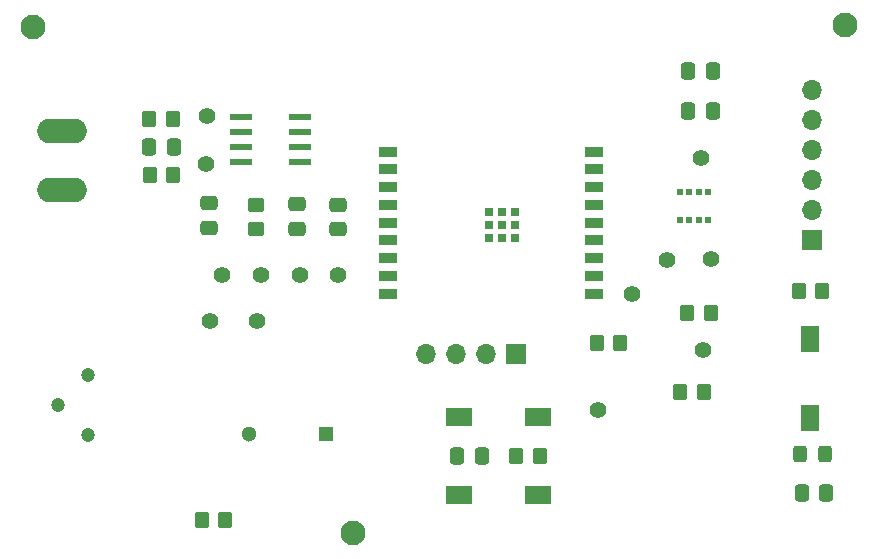
<source format=gbr>
G04 #@! TF.GenerationSoftware,KiCad,Pcbnew,(6.0.2)*
G04 #@! TF.CreationDate,2022-04-01T11:32:24+02:00*
G04 #@! TF.ProjectId,iot node,696f7420-6e6f-4646-952e-6b696361645f,rev?*
G04 #@! TF.SameCoordinates,Original*
G04 #@! TF.FileFunction,Soldermask,Top*
G04 #@! TF.FilePolarity,Negative*
%FSLAX46Y46*%
G04 Gerber Fmt 4.6, Leading zero omitted, Abs format (unit mm)*
G04 Created by KiCad (PCBNEW (6.0.2)) date 2022-04-01 11:32:24*
%MOMM*%
%LPD*%
G01*
G04 APERTURE LIST*
G04 Aperture macros list*
%AMRoundRect*
0 Rectangle with rounded corners*
0 $1 Rounding radius*
0 $2 $3 $4 $5 $6 $7 $8 $9 X,Y pos of 4 corners*
0 Add a 4 corners polygon primitive as box body*
4,1,4,$2,$3,$4,$5,$6,$7,$8,$9,$2,$3,0*
0 Add four circle primitives for the rounded corners*
1,1,$1+$1,$2,$3*
1,1,$1+$1,$4,$5*
1,1,$1+$1,$6,$7*
1,1,$1+$1,$8,$9*
0 Add four rect primitives between the rounded corners*
20,1,$1+$1,$2,$3,$4,$5,0*
20,1,$1+$1,$4,$5,$6,$7,0*
20,1,$1+$1,$6,$7,$8,$9,0*
20,1,$1+$1,$8,$9,$2,$3,0*%
G04 Aperture macros list end*
%ADD10C,2.100000*%
%ADD11C,1.200000*%
%ADD12C,1.400000*%
%ADD13R,1.500000X0.900000*%
%ADD14R,0.700000X0.700000*%
%ADD15RoundRect,0.030000X-0.220000X0.220000X-0.220000X-0.220000X0.220000X-0.220000X0.220000X0.220000X0*%
%ADD16R,1.981200X0.558800*%
%ADD17RoundRect,0.250000X0.350000X0.450000X-0.350000X0.450000X-0.350000X-0.450000X0.350000X-0.450000X0*%
%ADD18RoundRect,0.250000X0.475000X-0.337500X0.475000X0.337500X-0.475000X0.337500X-0.475000X-0.337500X0*%
%ADD19RoundRect,0.250000X-0.337500X-0.475000X0.337500X-0.475000X0.337500X0.475000X-0.337500X0.475000X0*%
%ADD20R,1.500000X2.300000*%
%ADD21R,2.300000X1.500000*%
%ADD22O,4.198620X2.098040*%
%ADD23RoundRect,0.250000X0.325000X0.450000X-0.325000X0.450000X-0.325000X-0.450000X0.325000X-0.450000X0*%
%ADD24RoundRect,0.250000X-0.350000X-0.450000X0.350000X-0.450000X0.350000X0.450000X-0.350000X0.450000X0*%
%ADD25RoundRect,0.250000X-0.475000X0.337500X-0.475000X-0.337500X0.475000X-0.337500X0.475000X0.337500X0*%
%ADD26RoundRect,0.250000X0.450000X-0.350000X0.450000X0.350000X-0.450000X0.350000X-0.450000X-0.350000X0*%
%ADD27RoundRect,0.250000X0.337500X0.475000X-0.337500X0.475000X-0.337500X-0.475000X0.337500X-0.475000X0*%
%ADD28R,1.700000X1.700000*%
%ADD29O,1.700000X1.700000*%
%ADD30R,1.300000X1.300000*%
%ADD31C,1.300000*%
G04 APERTURE END LIST*
D10*
X159950000Y-100150000D03*
X91250000Y-100250000D03*
X118300000Y-143150000D03*
D11*
X95900000Y-129710000D03*
X93360000Y-132250000D03*
X95900000Y-134790000D03*
D12*
X105925000Y-107825000D03*
X110200000Y-125200000D03*
D13*
X121250000Y-110850000D03*
X121250000Y-112350000D03*
X121250000Y-113850000D03*
X121250000Y-115350000D03*
X121250000Y-116850000D03*
X121250000Y-118350000D03*
X121250000Y-119850000D03*
X121250000Y-121350000D03*
X121250000Y-122850000D03*
X138750000Y-122850000D03*
X138750000Y-121350000D03*
X138750000Y-119850000D03*
X138750000Y-118350000D03*
X138750000Y-116850000D03*
X138750000Y-115350000D03*
X138750000Y-113850000D03*
X138750000Y-112350000D03*
X138750000Y-110850000D03*
D14*
X130910000Y-118150000D03*
X130910000Y-115950000D03*
X132060000Y-118150000D03*
X132060000Y-117050000D03*
X129860000Y-118150000D03*
X130910000Y-117050000D03*
X129860000Y-117050000D03*
X132060000Y-115950000D03*
X129860000Y-115950000D03*
D15*
X148400000Y-116655000D03*
X147600000Y-116655000D03*
X146800000Y-116655000D03*
X146000000Y-116655000D03*
X145980000Y-114255000D03*
X146800000Y-114255000D03*
X147600000Y-114255000D03*
X148400000Y-114255000D03*
D16*
X108872400Y-107875000D03*
X108872400Y-109145000D03*
X108872400Y-110415000D03*
X108872400Y-111685000D03*
X113800000Y-111685000D03*
X113800000Y-110415000D03*
X113800000Y-109145000D03*
X113800000Y-107875000D03*
D12*
X110550000Y-121300000D03*
D17*
X148025000Y-131225000D03*
X146025000Y-131225000D03*
D18*
X113550000Y-117387500D03*
X113550000Y-115312500D03*
D19*
X146712500Y-107400000D03*
X148787500Y-107400000D03*
D12*
X105850000Y-111900000D03*
D20*
X157050000Y-133400000D03*
X157050000Y-126700000D03*
D19*
X101050000Y-110475000D03*
X103125000Y-110475000D03*
D18*
X106100000Y-117300000D03*
X106100000Y-115225000D03*
D21*
X127250000Y-139900000D03*
X133950000Y-139900000D03*
D17*
X103100000Y-112800000D03*
X101100000Y-112800000D03*
D12*
X113850000Y-121300000D03*
D22*
X93700000Y-114049360D03*
X93700000Y-109050640D03*
D12*
X117050000Y-121300000D03*
X141975000Y-122850000D03*
D23*
X158250000Y-136450000D03*
X156200000Y-136450000D03*
D12*
X147925000Y-127625000D03*
D21*
X133950000Y-133275000D03*
X127250000Y-133275000D03*
D12*
X148625000Y-119900000D03*
D17*
X158050000Y-122600000D03*
X156050000Y-122600000D03*
D12*
X139025000Y-132700000D03*
D19*
X127125000Y-136575000D03*
X129200000Y-136575000D03*
X156312500Y-139700000D03*
X158387500Y-139700000D03*
D17*
X107500000Y-142000000D03*
X105500000Y-142000000D03*
X148600000Y-124525000D03*
X146600000Y-124525000D03*
D24*
X101075000Y-108050000D03*
X103075000Y-108050000D03*
D12*
X106200000Y-125200000D03*
D17*
X134125000Y-136625000D03*
X132125000Y-136625000D03*
X140950000Y-127050000D03*
X138950000Y-127050000D03*
D25*
X117025000Y-115337500D03*
X117025000Y-117412500D03*
D12*
X144925000Y-119975000D03*
D26*
X110075000Y-117375000D03*
X110075000Y-115375000D03*
D27*
X148787500Y-104050000D03*
X146712500Y-104050000D03*
D12*
X147775000Y-111375000D03*
X107250000Y-121300000D03*
D28*
X132150000Y-127950000D03*
D29*
X129610000Y-127950000D03*
X127070000Y-127950000D03*
X124530000Y-127950000D03*
D30*
X116000000Y-134750000D03*
D31*
X109500000Y-134750000D03*
D28*
X157200000Y-118300000D03*
D29*
X157200000Y-115760000D03*
X157200000Y-113220000D03*
X157200000Y-110680000D03*
X157200000Y-108140000D03*
X157200000Y-105600000D03*
M02*

</source>
